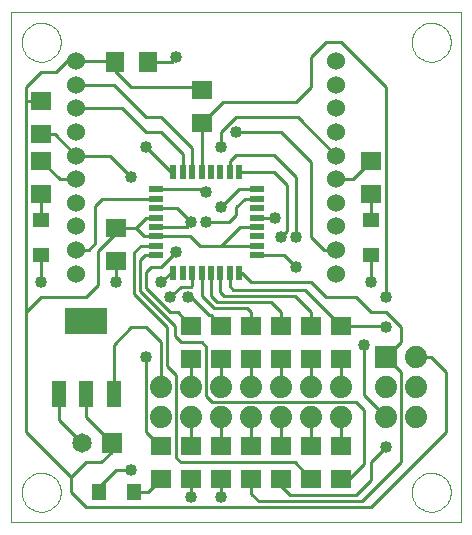
<source format=gtl>
G75*
G70*
%OFA0B0*%
%FSLAX24Y24*%
%IPPOS*%
%LPD*%
%AMOC8*
5,1,8,0,0,1.08239X$1,22.5*
%
%ADD10C,0.0000*%
%ADD11C,0.0600*%
%ADD12R,0.0740X0.0740*%
%ADD13C,0.0740*%
%ADD14R,0.0709X0.0630*%
%ADD15R,0.0500X0.0220*%
%ADD16R,0.0220X0.0500*%
%ADD17R,0.0630X0.0709*%
%ADD18R,0.0650X0.0650*%
%ADD19C,0.0650*%
%ADD20R,0.0551X0.0472*%
%ADD21R,0.0472X0.0551*%
%ADD22R,0.0480X0.0880*%
%ADD23R,0.1417X0.0866*%
%ADD24C,0.0100*%
%ADD25C,0.0400*%
D10*
X000232Y000232D02*
X000232Y017232D01*
X015232Y017232D01*
X015224Y000232D01*
X000232Y000232D01*
X000582Y001232D02*
X000584Y001282D01*
X000590Y001332D01*
X000600Y001382D01*
X000613Y001430D01*
X000630Y001478D01*
X000651Y001524D01*
X000675Y001568D01*
X000703Y001610D01*
X000734Y001650D01*
X000768Y001687D01*
X000805Y001722D01*
X000844Y001753D01*
X000885Y001782D01*
X000929Y001807D01*
X000975Y001829D01*
X001022Y001847D01*
X001070Y001861D01*
X001119Y001872D01*
X001169Y001879D01*
X001219Y001882D01*
X001270Y001881D01*
X001320Y001876D01*
X001370Y001867D01*
X001418Y001855D01*
X001466Y001838D01*
X001512Y001818D01*
X001557Y001795D01*
X001600Y001768D01*
X001640Y001738D01*
X001678Y001705D01*
X001713Y001669D01*
X001746Y001630D01*
X001775Y001589D01*
X001801Y001546D01*
X001824Y001501D01*
X001843Y001454D01*
X001858Y001406D01*
X001870Y001357D01*
X001878Y001307D01*
X001882Y001257D01*
X001882Y001207D01*
X001878Y001157D01*
X001870Y001107D01*
X001858Y001058D01*
X001843Y001010D01*
X001824Y000963D01*
X001801Y000918D01*
X001775Y000875D01*
X001746Y000834D01*
X001713Y000795D01*
X001678Y000759D01*
X001640Y000726D01*
X001600Y000696D01*
X001557Y000669D01*
X001512Y000646D01*
X001466Y000626D01*
X001418Y000609D01*
X001370Y000597D01*
X001320Y000588D01*
X001270Y000583D01*
X001219Y000582D01*
X001169Y000585D01*
X001119Y000592D01*
X001070Y000603D01*
X001022Y000617D01*
X000975Y000635D01*
X000929Y000657D01*
X000885Y000682D01*
X000844Y000711D01*
X000805Y000742D01*
X000768Y000777D01*
X000734Y000814D01*
X000703Y000854D01*
X000675Y000896D01*
X000651Y000940D01*
X000630Y000986D01*
X000613Y001034D01*
X000600Y001082D01*
X000590Y001132D01*
X000584Y001182D01*
X000582Y001232D01*
X000582Y016232D02*
X000584Y016282D01*
X000590Y016332D01*
X000600Y016382D01*
X000613Y016430D01*
X000630Y016478D01*
X000651Y016524D01*
X000675Y016568D01*
X000703Y016610D01*
X000734Y016650D01*
X000768Y016687D01*
X000805Y016722D01*
X000844Y016753D01*
X000885Y016782D01*
X000929Y016807D01*
X000975Y016829D01*
X001022Y016847D01*
X001070Y016861D01*
X001119Y016872D01*
X001169Y016879D01*
X001219Y016882D01*
X001270Y016881D01*
X001320Y016876D01*
X001370Y016867D01*
X001418Y016855D01*
X001466Y016838D01*
X001512Y016818D01*
X001557Y016795D01*
X001600Y016768D01*
X001640Y016738D01*
X001678Y016705D01*
X001713Y016669D01*
X001746Y016630D01*
X001775Y016589D01*
X001801Y016546D01*
X001824Y016501D01*
X001843Y016454D01*
X001858Y016406D01*
X001870Y016357D01*
X001878Y016307D01*
X001882Y016257D01*
X001882Y016207D01*
X001878Y016157D01*
X001870Y016107D01*
X001858Y016058D01*
X001843Y016010D01*
X001824Y015963D01*
X001801Y015918D01*
X001775Y015875D01*
X001746Y015834D01*
X001713Y015795D01*
X001678Y015759D01*
X001640Y015726D01*
X001600Y015696D01*
X001557Y015669D01*
X001512Y015646D01*
X001466Y015626D01*
X001418Y015609D01*
X001370Y015597D01*
X001320Y015588D01*
X001270Y015583D01*
X001219Y015582D01*
X001169Y015585D01*
X001119Y015592D01*
X001070Y015603D01*
X001022Y015617D01*
X000975Y015635D01*
X000929Y015657D01*
X000885Y015682D01*
X000844Y015711D01*
X000805Y015742D01*
X000768Y015777D01*
X000734Y015814D01*
X000703Y015854D01*
X000675Y015896D01*
X000651Y015940D01*
X000630Y015986D01*
X000613Y016034D01*
X000600Y016082D01*
X000590Y016132D01*
X000584Y016182D01*
X000582Y016232D01*
X013582Y016232D02*
X013584Y016282D01*
X013590Y016332D01*
X013600Y016382D01*
X013613Y016430D01*
X013630Y016478D01*
X013651Y016524D01*
X013675Y016568D01*
X013703Y016610D01*
X013734Y016650D01*
X013768Y016687D01*
X013805Y016722D01*
X013844Y016753D01*
X013885Y016782D01*
X013929Y016807D01*
X013975Y016829D01*
X014022Y016847D01*
X014070Y016861D01*
X014119Y016872D01*
X014169Y016879D01*
X014219Y016882D01*
X014270Y016881D01*
X014320Y016876D01*
X014370Y016867D01*
X014418Y016855D01*
X014466Y016838D01*
X014512Y016818D01*
X014557Y016795D01*
X014600Y016768D01*
X014640Y016738D01*
X014678Y016705D01*
X014713Y016669D01*
X014746Y016630D01*
X014775Y016589D01*
X014801Y016546D01*
X014824Y016501D01*
X014843Y016454D01*
X014858Y016406D01*
X014870Y016357D01*
X014878Y016307D01*
X014882Y016257D01*
X014882Y016207D01*
X014878Y016157D01*
X014870Y016107D01*
X014858Y016058D01*
X014843Y016010D01*
X014824Y015963D01*
X014801Y015918D01*
X014775Y015875D01*
X014746Y015834D01*
X014713Y015795D01*
X014678Y015759D01*
X014640Y015726D01*
X014600Y015696D01*
X014557Y015669D01*
X014512Y015646D01*
X014466Y015626D01*
X014418Y015609D01*
X014370Y015597D01*
X014320Y015588D01*
X014270Y015583D01*
X014219Y015582D01*
X014169Y015585D01*
X014119Y015592D01*
X014070Y015603D01*
X014022Y015617D01*
X013975Y015635D01*
X013929Y015657D01*
X013885Y015682D01*
X013844Y015711D01*
X013805Y015742D01*
X013768Y015777D01*
X013734Y015814D01*
X013703Y015854D01*
X013675Y015896D01*
X013651Y015940D01*
X013630Y015986D01*
X013613Y016034D01*
X013600Y016082D01*
X013590Y016132D01*
X013584Y016182D01*
X013582Y016232D01*
X013582Y001232D02*
X013584Y001282D01*
X013590Y001332D01*
X013600Y001382D01*
X013613Y001430D01*
X013630Y001478D01*
X013651Y001524D01*
X013675Y001568D01*
X013703Y001610D01*
X013734Y001650D01*
X013768Y001687D01*
X013805Y001722D01*
X013844Y001753D01*
X013885Y001782D01*
X013929Y001807D01*
X013975Y001829D01*
X014022Y001847D01*
X014070Y001861D01*
X014119Y001872D01*
X014169Y001879D01*
X014219Y001882D01*
X014270Y001881D01*
X014320Y001876D01*
X014370Y001867D01*
X014418Y001855D01*
X014466Y001838D01*
X014512Y001818D01*
X014557Y001795D01*
X014600Y001768D01*
X014640Y001738D01*
X014678Y001705D01*
X014713Y001669D01*
X014746Y001630D01*
X014775Y001589D01*
X014801Y001546D01*
X014824Y001501D01*
X014843Y001454D01*
X014858Y001406D01*
X014870Y001357D01*
X014878Y001307D01*
X014882Y001257D01*
X014882Y001207D01*
X014878Y001157D01*
X014870Y001107D01*
X014858Y001058D01*
X014843Y001010D01*
X014824Y000963D01*
X014801Y000918D01*
X014775Y000875D01*
X014746Y000834D01*
X014713Y000795D01*
X014678Y000759D01*
X014640Y000726D01*
X014600Y000696D01*
X014557Y000669D01*
X014512Y000646D01*
X014466Y000626D01*
X014418Y000609D01*
X014370Y000597D01*
X014320Y000588D01*
X014270Y000583D01*
X014219Y000582D01*
X014169Y000585D01*
X014119Y000592D01*
X014070Y000603D01*
X014022Y000617D01*
X013975Y000635D01*
X013929Y000657D01*
X013885Y000682D01*
X013844Y000711D01*
X013805Y000742D01*
X013768Y000777D01*
X013734Y000814D01*
X013703Y000854D01*
X013675Y000896D01*
X013651Y000940D01*
X013630Y000986D01*
X013613Y001034D01*
X013600Y001082D01*
X013590Y001132D01*
X013584Y001182D01*
X013582Y001232D01*
D11*
X011063Y008519D03*
X011063Y009307D03*
X011063Y010094D03*
X011063Y010881D03*
X011063Y011669D03*
X011063Y012456D03*
X011063Y013244D03*
X011063Y014031D03*
X011063Y014818D03*
X011063Y015606D03*
X002401Y015606D03*
X002401Y014818D03*
X002401Y014031D03*
X002401Y013244D03*
X002401Y012456D03*
X002401Y011669D03*
X002401Y010881D03*
X002401Y010094D03*
X002401Y009307D03*
X002401Y008519D03*
D12*
X012732Y005732D03*
D13*
X012732Y004732D03*
X012732Y003732D03*
X013732Y003732D03*
X013732Y004732D03*
X013732Y005732D03*
X011232Y004732D03*
X011232Y003732D03*
X010232Y003732D03*
X010232Y004732D03*
X009232Y004732D03*
X009232Y003732D03*
X008232Y003732D03*
X008232Y004732D03*
X007232Y004732D03*
X007232Y003732D03*
X006232Y003732D03*
X006232Y004732D03*
X005232Y004732D03*
X005232Y003732D03*
D14*
X005232Y002783D03*
X005232Y001681D03*
X006232Y001681D03*
X007232Y001681D03*
X007232Y002783D03*
X006232Y002783D03*
X008232Y002783D03*
X009232Y002783D03*
X010232Y002783D03*
X010232Y001681D03*
X009232Y001681D03*
X008232Y001681D03*
X011232Y001681D03*
X011232Y002783D03*
X011232Y005681D03*
X011232Y006783D03*
X010232Y006783D03*
X009232Y006783D03*
X008232Y006783D03*
X008232Y005681D03*
X009232Y005681D03*
X010232Y005681D03*
X007232Y005681D03*
X006232Y005681D03*
X006232Y006783D03*
X007232Y006783D03*
X003732Y008931D03*
X003732Y010033D03*
X001232Y011181D03*
X001232Y012283D03*
X001232Y013181D03*
X001232Y014283D03*
X006582Y014633D03*
X006582Y013531D03*
X012232Y012283D03*
X012232Y011181D03*
D15*
X008422Y011334D03*
X008422Y011019D03*
X008422Y010704D03*
X008422Y010389D03*
X008422Y010074D03*
X008422Y009759D03*
X008422Y009444D03*
X008422Y009129D03*
X005042Y009129D03*
X005042Y009444D03*
X005042Y009759D03*
X005042Y010074D03*
X005042Y010389D03*
X005042Y010704D03*
X005042Y011019D03*
X005042Y011334D03*
D16*
X005629Y011922D03*
X005944Y011922D03*
X006259Y011922D03*
X006574Y011922D03*
X006889Y011922D03*
X007204Y011922D03*
X007519Y011922D03*
X007834Y011922D03*
X007834Y008542D03*
X007519Y008542D03*
X007204Y008542D03*
X006889Y008542D03*
X006574Y008542D03*
X006259Y008542D03*
X005944Y008542D03*
X005629Y008542D03*
D17*
X004783Y015582D03*
X003681Y015582D03*
D18*
X003582Y002882D03*
D19*
X002582Y002882D03*
D20*
X001232Y009141D03*
X001232Y010322D03*
X012232Y010322D03*
X012232Y009141D03*
D21*
X004322Y001232D03*
X003141Y001232D03*
D22*
X002732Y004512D03*
X003642Y004512D03*
X001822Y004512D03*
D23*
X002732Y006952D03*
D24*
X002732Y007732D02*
X001232Y007732D01*
X000732Y007232D01*
X000732Y014232D01*
X000732Y014732D01*
X001232Y015232D01*
X001732Y015232D01*
X002106Y015606D01*
X002401Y015606D01*
X003657Y015606D01*
X003681Y015582D01*
X003681Y015283D01*
X004232Y014732D01*
X006483Y014732D01*
X006582Y014633D01*
X007283Y014232D02*
X006582Y013531D01*
X006574Y013523D01*
X006574Y011922D01*
X006259Y011922D02*
X006259Y012704D01*
X005232Y013732D01*
X004732Y013732D01*
X003645Y014818D01*
X002401Y014818D01*
X002401Y014031D02*
X003933Y014031D01*
X004732Y013232D01*
X005232Y013232D01*
X005944Y012519D01*
X005944Y011922D01*
X005629Y011922D02*
X005542Y011922D01*
X004732Y012732D01*
X004232Y011732D02*
X003507Y012456D01*
X002401Y012456D01*
X001677Y013181D01*
X001232Y013181D01*
X001232Y012283D02*
X001846Y011669D01*
X002401Y011669D01*
X003269Y011019D02*
X003032Y010782D01*
X003032Y009532D01*
X002807Y009307D01*
X002401Y009307D01*
X003132Y009282D02*
X003132Y008132D01*
X002732Y007732D01*
X003732Y008232D02*
X003732Y008931D01*
X004332Y009232D02*
X004332Y007832D01*
X005432Y006732D01*
X005432Y005432D01*
X005732Y005132D01*
X005732Y002382D01*
X005882Y002232D01*
X009681Y002232D01*
X010232Y001681D01*
X009532Y001132D02*
X011732Y001132D01*
X012232Y001632D01*
X012232Y002232D01*
X012732Y002732D01*
X013232Y002232D02*
X013232Y005232D01*
X012732Y005732D01*
X013232Y006232D01*
X013232Y006732D01*
X012732Y007232D01*
X012232Y007232D01*
X011732Y007732D01*
X010732Y007732D01*
X010232Y008232D01*
X008232Y008232D01*
X007922Y008542D01*
X007834Y008542D01*
X007519Y008542D02*
X007519Y008094D01*
X007632Y007982D01*
X010033Y007982D01*
X011232Y006783D01*
X012681Y006783D01*
X012732Y006732D01*
X011982Y006132D02*
X011982Y004482D01*
X012732Y003732D01*
X011982Y003982D02*
X011732Y004232D01*
X006932Y004232D01*
X006732Y004432D01*
X006732Y006082D01*
X006582Y006232D01*
X005882Y006232D01*
X005682Y006432D01*
X005682Y006782D01*
X004532Y007932D01*
X004532Y008982D01*
X004679Y009129D01*
X005042Y009129D01*
X005042Y009444D02*
X004544Y009444D01*
X004332Y009232D01*
X004654Y009759D02*
X004382Y010032D01*
X004232Y010032D01*
X004382Y010032D02*
X004383Y010033D01*
X004739Y010389D01*
X005042Y010389D01*
X005042Y010074D02*
X006074Y010074D01*
X006232Y010232D01*
X005759Y010704D01*
X005042Y010704D01*
X005042Y011019D02*
X003269Y011019D01*
X003732Y010033D02*
X003732Y009882D01*
X003132Y009282D01*
X003732Y010033D02*
X004383Y010033D01*
X004654Y009759D02*
X005042Y009759D01*
X006204Y009759D01*
X006519Y009444D01*
X007232Y009444D01*
X007862Y010074D01*
X008422Y010074D01*
X008422Y010389D02*
X009024Y010389D01*
X009032Y010382D01*
X009432Y009932D02*
X009232Y009732D01*
X009432Y009932D02*
X009432Y011482D01*
X008992Y011922D01*
X007834Y011922D01*
X007519Y011922D02*
X007519Y012269D01*
X007732Y012482D01*
X008982Y012482D01*
X009732Y011732D01*
X009732Y009732D01*
X010232Y009732D02*
X010232Y012232D01*
X009232Y013232D01*
X007732Y013232D01*
X007732Y013732D02*
X009787Y013732D01*
X011063Y012456D01*
X011063Y011669D02*
X011618Y011669D01*
X012232Y012283D01*
X012232Y011181D02*
X012232Y010322D01*
X012232Y009141D02*
X012232Y008232D01*
X012732Y007732D02*
X012732Y014732D01*
X011232Y016232D01*
X010732Y016232D01*
X010232Y015732D01*
X010232Y014732D01*
X009732Y014232D01*
X007283Y014232D01*
X007732Y013732D02*
X007232Y013232D01*
X007232Y012732D01*
X007834Y011334D02*
X007232Y010732D01*
X007732Y010732D02*
X007732Y010482D01*
X007482Y010232D01*
X006732Y010232D01*
X007232Y009444D02*
X008422Y009444D01*
X008422Y009129D02*
X009334Y009129D01*
X009732Y008732D01*
X009682Y007782D02*
X010232Y007232D01*
X010232Y006783D01*
X009682Y007782D02*
X007332Y007782D01*
X007204Y007909D01*
X007204Y008542D01*
X006889Y008542D02*
X006889Y007774D01*
X007082Y007582D01*
X008882Y007582D01*
X009232Y007232D01*
X009232Y006783D01*
X008232Y006783D02*
X008232Y007232D01*
X008082Y007382D01*
X006982Y007382D01*
X006574Y007789D01*
X006574Y008542D01*
X006259Y008542D02*
X006259Y008109D01*
X006232Y008082D01*
X005882Y008082D01*
X005532Y007732D01*
X005232Y008232D02*
X005542Y008542D01*
X005629Y008542D01*
X005232Y008732D02*
X004882Y008732D01*
X004732Y008582D01*
X004732Y008032D01*
X005532Y007232D01*
X005783Y007232D01*
X006232Y006783D01*
X006181Y006783D01*
X006832Y007132D02*
X006883Y007132D01*
X007232Y006783D01*
X007081Y006783D01*
X006832Y007132D02*
X006232Y007732D01*
X006132Y007732D01*
X005232Y008732D02*
X005732Y009232D01*
X006732Y011232D02*
X006629Y011334D01*
X005042Y011334D01*
X007732Y010732D02*
X008019Y011019D01*
X008422Y011019D01*
X008422Y011334D02*
X007834Y011334D01*
X010232Y009732D02*
X010657Y009307D01*
X011063Y009307D01*
X011232Y005681D02*
X011232Y004732D01*
X011982Y003982D02*
X011982Y002182D01*
X011481Y001681D01*
X011232Y001681D01*
X011932Y000932D02*
X013232Y002232D01*
X012232Y000732D02*
X014732Y003232D01*
X014732Y005232D01*
X014232Y005732D01*
X013732Y005732D01*
X011232Y003732D02*
X011232Y002783D01*
X010232Y002783D02*
X010232Y003732D01*
X010232Y004732D02*
X010232Y005681D01*
X009232Y005681D02*
X009232Y004732D01*
X009232Y003732D02*
X009232Y002783D01*
X008232Y002783D02*
X008232Y003732D01*
X008232Y004732D02*
X008232Y005681D01*
X007232Y005681D02*
X007232Y004732D01*
X007232Y003732D02*
X007232Y002783D01*
X006232Y002783D02*
X006232Y003732D01*
X006232Y004732D02*
X006232Y005681D01*
X005232Y006232D02*
X005232Y004732D01*
X004732Y005732D02*
X004732Y003232D01*
X005181Y002783D01*
X005232Y002783D01*
X005232Y001681D02*
X004783Y001232D01*
X004322Y001232D01*
X004232Y001982D02*
X003732Y001982D01*
X003141Y001391D01*
X003141Y001232D01*
X003232Y001232D01*
X002732Y000732D02*
X002232Y001232D01*
X002232Y001732D01*
X002732Y002232D01*
X003232Y002232D01*
X003582Y002582D01*
X003582Y002882D01*
X002732Y003732D01*
X002732Y004512D01*
X003642Y004512D02*
X003642Y006142D01*
X004232Y006732D01*
X004732Y006732D01*
X005232Y006232D01*
X002582Y002882D02*
X001822Y003642D01*
X001822Y004512D01*
X000732Y003232D02*
X002232Y001732D01*
X002732Y000732D02*
X012232Y000732D01*
X011932Y000932D02*
X008482Y000932D01*
X008232Y001182D01*
X008232Y001681D01*
X009232Y001681D02*
X009232Y001432D01*
X009532Y001132D01*
X007232Y001082D02*
X007232Y001681D01*
X006232Y001681D02*
X006232Y001082D01*
X000732Y003232D02*
X000732Y007232D01*
X001232Y008232D02*
X001232Y009141D01*
X001232Y010322D02*
X001232Y011181D01*
X000732Y014232D02*
X000783Y014283D01*
X001232Y014283D01*
X004783Y015582D02*
X005582Y015582D01*
X005732Y015732D01*
D25*
X005732Y015732D03*
X007732Y013232D03*
X007232Y012732D03*
X006732Y011232D03*
X007232Y010732D03*
X006732Y010232D03*
X006232Y010232D03*
X005732Y009232D03*
X005232Y008232D03*
X005532Y007732D03*
X006132Y007732D03*
X004732Y005732D03*
X003732Y008232D03*
X001232Y008232D03*
X004232Y011732D03*
X004732Y012732D03*
X009032Y010382D03*
X009232Y009732D03*
X009732Y009732D03*
X009732Y008732D03*
X011982Y006132D03*
X012732Y006732D03*
X012732Y007732D03*
X012232Y008232D03*
X012732Y002732D03*
X007232Y001082D03*
X006232Y001082D03*
X004232Y001982D03*
M02*

</source>
